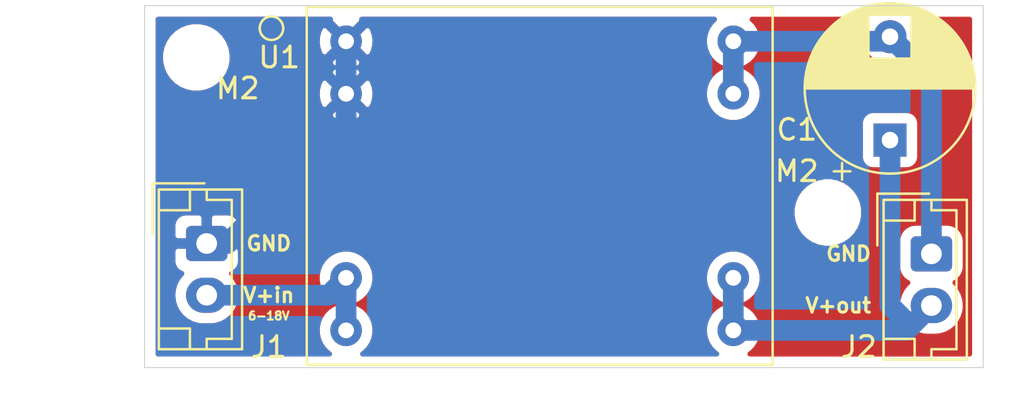
<source format=kicad_pcb>
(kicad_pcb (version 20171130) (host pcbnew 5.1.5-52549c5~84~ubuntu18.04.1)

  (general
    (thickness 1.6)
    (drawings 9)
    (tracks 20)
    (zones 0)
    (modules 6)
    (nets 5)
  )

  (page A4)
  (layers
    (0 F.Cu signal)
    (31 B.Cu signal)
    (32 B.Adhes user)
    (33 F.Adhes user)
    (34 B.Paste user)
    (35 F.Paste user)
    (36 B.SilkS user)
    (37 F.SilkS user)
    (38 B.Mask user)
    (39 F.Mask user)
    (40 Dwgs.User user)
    (41 Cmts.User user)
    (42 Eco1.User user)
    (43 Eco2.User user)
    (44 Edge.Cuts user)
    (45 Margin user)
    (46 B.CrtYd user)
    (47 F.CrtYd user)
    (48 B.Fab user)
    (49 F.Fab user)
  )

  (setup
    (last_trace_width 0.25)
    (user_trace_width 0.5)
    (user_trace_width 1)
    (trace_clearance 0.2)
    (zone_clearance 0.508)
    (zone_45_only no)
    (trace_min 0.2)
    (via_size 0.8)
    (via_drill 0.4)
    (via_min_size 0.4)
    (via_min_drill 0.3)
    (uvia_size 0.3)
    (uvia_drill 0.1)
    (uvias_allowed no)
    (uvia_min_size 0.2)
    (uvia_min_drill 0.1)
    (edge_width 0.05)
    (segment_width 0.2)
    (pcb_text_width 0.3)
    (pcb_text_size 1.5 1.5)
    (mod_edge_width 0.12)
    (mod_text_size 1 1)
    (mod_text_width 0.15)
    (pad_size 1.524 1.524)
    (pad_drill 0.762)
    (pad_to_mask_clearance 0.051)
    (solder_mask_min_width 0.25)
    (aux_axis_origin 0 0)
    (visible_elements FFFFFF7F)
    (pcbplotparams
      (layerselection 0x010f0_ffffffff)
      (usegerberextensions false)
      (usegerberattributes false)
      (usegerberadvancedattributes false)
      (creategerberjobfile false)
      (excludeedgelayer true)
      (linewidth 0.100000)
      (plotframeref false)
      (viasonmask false)
      (mode 1)
      (useauxorigin false)
      (hpglpennumber 1)
      (hpglpenspeed 20)
      (hpglpendiameter 15.000000)
      (psnegative false)
      (psa4output false)
      (plotreference true)
      (plotvalue true)
      (plotinvisibletext false)
      (padsonsilk false)
      (subtractmaskfromsilk false)
      (outputformat 1)
      (mirror false)
      (drillshape 0)
      (scaleselection 1)
      (outputdirectory "gerber/"))
  )

  (net 0 "")
  (net 1 "Net-(J1-Pad1)")
  (net 2 "Net-(J1-Pad2)")
  (net 3 "Net-(C1-Pad1)")
  (net 4 "Net-(C1-Pad2)")

  (net_class Default "This is the default net class."
    (clearance 0.2)
    (trace_width 0.25)
    (via_dia 0.8)
    (via_drill 0.4)
    (uvia_dia 0.3)
    (uvia_drill 0.1)
    (add_net "Net-(C1-Pad1)")
    (add_net "Net-(C1-Pad2)")
    (add_net "Net-(J1-Pad1)")
    (add_net "Net-(J1-Pad2)")
  )

  (module MountingHole:MountingHole_2.2mm_M2 (layer F.Cu) (tedit 56D1B4CB) (tstamp 5E53E702)
    (at 155 108.5)
    (descr "Mounting Hole 2.2mm, no annular, M2")
    (tags "mounting hole 2.2mm no annular m2")
    (attr virtual)
    (fp_text reference M2 (at -1.5 -2) (layer F.SilkS)
      (effects (font (size 1 1) (thickness 0.15)))
    )
    (fp_text value MountingHole_2.2mm_M2 (at 0 3.2) (layer F.Fab)
      (effects (font (size 1 1) (thickness 0.15)))
    )
    (fp_circle (center 0 0) (end 2.45 0) (layer F.CrtYd) (width 0.05))
    (fp_circle (center 0 0) (end 2.2 0) (layer Cmts.User) (width 0.15))
    (fp_text user %R (at 0.3 0) (layer F.Fab)
      (effects (font (size 1 1) (thickness 0.15)))
    )
    (pad 1 np_thru_hole circle (at 0 0) (size 2.2 2.2) (drill 2.2) (layers *.Cu *.Mask))
  )

  (module MountingHole:MountingHole_2.2mm_M2 (layer F.Cu) (tedit 56D1B4CB) (tstamp 5E53E6B4)
    (at 124.5 101)
    (descr "Mounting Hole 2.2mm, no annular, M2")
    (tags "mounting hole 2.2mm no annular m2")
    (attr virtual)
    (fp_text reference M2 (at 2 1.5) (layer F.SilkS)
      (effects (font (size 1 1) (thickness 0.15)))
    )
    (fp_text value MountingHole_2.2mm_M2 (at 0 3.2) (layer F.Fab)
      (effects (font (size 1 1) (thickness 0.15)))
    )
    (fp_circle (center 0 0) (end 2.45 0) (layer F.CrtYd) (width 0.05))
    (fp_circle (center 0 0) (end 2.2 0) (layer Cmts.User) (width 0.15))
    (fp_text user %R (at 0.3 0) (layer F.Fab)
      (effects (font (size 1 1) (thickness 0.15)))
    )
    (pad 1 np_thru_hole circle (at 0 0) (size 2.2 2.2) (drill 2.2) (layers *.Cu *.Mask))
  )

  (module Connector_JST:JST_EH_B2B-EH-A_1x02_P2.50mm_Vertical (layer F.Cu) (tedit 5C28142C) (tstamp 5E53C5D0)
    (at 125 110 270)
    (descr "JST EH series connector, B2B-EH-A (http://www.jst-mfg.com/product/pdf/eng/eEH.pdf), generated with kicad-footprint-generator")
    (tags "connector JST EH vertical")
    (path /5E53C649)
    (fp_text reference J1 (at 5 -3 180) (layer F.SilkS)
      (effects (font (size 1 1) (thickness 0.15)))
    )
    (fp_text value Conn_01x02 (at 1.25 3.4 90) (layer F.Fab)
      (effects (font (size 1 1) (thickness 0.15)))
    )
    (fp_line (start -2.5 -1.6) (end -2.5 2.2) (layer F.Fab) (width 0.1))
    (fp_line (start -2.5 2.2) (end 5 2.2) (layer F.Fab) (width 0.1))
    (fp_line (start 5 2.2) (end 5 -1.6) (layer F.Fab) (width 0.1))
    (fp_line (start 5 -1.6) (end -2.5 -1.6) (layer F.Fab) (width 0.1))
    (fp_line (start -3 -2.1) (end -3 2.7) (layer F.CrtYd) (width 0.05))
    (fp_line (start -3 2.7) (end 5.5 2.7) (layer F.CrtYd) (width 0.05))
    (fp_line (start 5.5 2.7) (end 5.5 -2.1) (layer F.CrtYd) (width 0.05))
    (fp_line (start 5.5 -2.1) (end -3 -2.1) (layer F.CrtYd) (width 0.05))
    (fp_line (start -2.61 -1.71) (end -2.61 2.31) (layer F.SilkS) (width 0.12))
    (fp_line (start -2.61 2.31) (end 5.11 2.31) (layer F.SilkS) (width 0.12))
    (fp_line (start 5.11 2.31) (end 5.11 -1.71) (layer F.SilkS) (width 0.12))
    (fp_line (start 5.11 -1.71) (end -2.61 -1.71) (layer F.SilkS) (width 0.12))
    (fp_line (start -2.61 0) (end -2.11 0) (layer F.SilkS) (width 0.12))
    (fp_line (start -2.11 0) (end -2.11 -1.21) (layer F.SilkS) (width 0.12))
    (fp_line (start -2.11 -1.21) (end 4.61 -1.21) (layer F.SilkS) (width 0.12))
    (fp_line (start 4.61 -1.21) (end 4.61 0) (layer F.SilkS) (width 0.12))
    (fp_line (start 4.61 0) (end 5.11 0) (layer F.SilkS) (width 0.12))
    (fp_line (start -2.61 0.81) (end -1.61 0.81) (layer F.SilkS) (width 0.12))
    (fp_line (start -1.61 0.81) (end -1.61 2.31) (layer F.SilkS) (width 0.12))
    (fp_line (start 5.11 0.81) (end 4.11 0.81) (layer F.SilkS) (width 0.12))
    (fp_line (start 4.11 0.81) (end 4.11 2.31) (layer F.SilkS) (width 0.12))
    (fp_line (start -2.91 0.11) (end -2.91 2.61) (layer F.SilkS) (width 0.12))
    (fp_line (start -2.91 2.61) (end -0.41 2.61) (layer F.SilkS) (width 0.12))
    (fp_line (start -2.91 0.11) (end -2.91 2.61) (layer F.Fab) (width 0.1))
    (fp_line (start -2.91 2.61) (end -0.41 2.61) (layer F.Fab) (width 0.1))
    (fp_text user %R (at 1.25 1.5 90) (layer F.Fab)
      (effects (font (size 1 1) (thickness 0.15)))
    )
    (pad 1 thru_hole roundrect (at 0 0 270) (size 1.7 2) (drill 1) (layers *.Cu *.Mask) (roundrect_rratio 0.147059)
      (net 1 "Net-(J1-Pad1)"))
    (pad 2 thru_hole oval (at 2.5 0 270) (size 1.7 2) (drill 1) (layers *.Cu *.Mask)
      (net 2 "Net-(J1-Pad2)"))
    (model ${KISYS3DMOD}/Connector_JST.3dshapes/JST_EH_B2B-EH-A_1x02_P2.50mm_Vertical.wrl
      (at (xyz 0 0 0))
      (scale (xyz 1 1 1))
      (rotate (xyz 0 0 0))
    )
  )

  (module Connector_JST:JST_EH_B2B-EH-A_1x02_P2.50mm_Vertical (layer F.Cu) (tedit 5C28142C) (tstamp 5E53C5F0)
    (at 160 110.5 270)
    (descr "JST EH series connector, B2B-EH-A (http://www.jst-mfg.com/product/pdf/eng/eEH.pdf), generated with kicad-footprint-generator")
    (tags "connector JST EH vertical")
    (path /5E53C7E5)
    (fp_text reference J2 (at 4.5 3.5 180) (layer F.SilkS)
      (effects (font (size 1 1) (thickness 0.15)))
    )
    (fp_text value Conn_01x02 (at 1.25 3.4 90) (layer F.Fab)
      (effects (font (size 1 1) (thickness 0.15)))
    )
    (fp_text user %R (at 1.25 1.5 90) (layer F.Fab)
      (effects (font (size 1 1) (thickness 0.15)))
    )
    (fp_line (start -2.91 2.61) (end -0.41 2.61) (layer F.Fab) (width 0.1))
    (fp_line (start -2.91 0.11) (end -2.91 2.61) (layer F.Fab) (width 0.1))
    (fp_line (start -2.91 2.61) (end -0.41 2.61) (layer F.SilkS) (width 0.12))
    (fp_line (start -2.91 0.11) (end -2.91 2.61) (layer F.SilkS) (width 0.12))
    (fp_line (start 4.11 0.81) (end 4.11 2.31) (layer F.SilkS) (width 0.12))
    (fp_line (start 5.11 0.81) (end 4.11 0.81) (layer F.SilkS) (width 0.12))
    (fp_line (start -1.61 0.81) (end -1.61 2.31) (layer F.SilkS) (width 0.12))
    (fp_line (start -2.61 0.81) (end -1.61 0.81) (layer F.SilkS) (width 0.12))
    (fp_line (start 4.61 0) (end 5.11 0) (layer F.SilkS) (width 0.12))
    (fp_line (start 4.61 -1.21) (end 4.61 0) (layer F.SilkS) (width 0.12))
    (fp_line (start -2.11 -1.21) (end 4.61 -1.21) (layer F.SilkS) (width 0.12))
    (fp_line (start -2.11 0) (end -2.11 -1.21) (layer F.SilkS) (width 0.12))
    (fp_line (start -2.61 0) (end -2.11 0) (layer F.SilkS) (width 0.12))
    (fp_line (start 5.11 -1.71) (end -2.61 -1.71) (layer F.SilkS) (width 0.12))
    (fp_line (start 5.11 2.31) (end 5.11 -1.71) (layer F.SilkS) (width 0.12))
    (fp_line (start -2.61 2.31) (end 5.11 2.31) (layer F.SilkS) (width 0.12))
    (fp_line (start -2.61 -1.71) (end -2.61 2.31) (layer F.SilkS) (width 0.12))
    (fp_line (start 5.5 -2.1) (end -3 -2.1) (layer F.CrtYd) (width 0.05))
    (fp_line (start 5.5 2.7) (end 5.5 -2.1) (layer F.CrtYd) (width 0.05))
    (fp_line (start -3 2.7) (end 5.5 2.7) (layer F.CrtYd) (width 0.05))
    (fp_line (start -3 -2.1) (end -3 2.7) (layer F.CrtYd) (width 0.05))
    (fp_line (start 5 -1.6) (end -2.5 -1.6) (layer F.Fab) (width 0.1))
    (fp_line (start 5 2.2) (end 5 -1.6) (layer F.Fab) (width 0.1))
    (fp_line (start -2.5 2.2) (end 5 2.2) (layer F.Fab) (width 0.1))
    (fp_line (start -2.5 -1.6) (end -2.5 2.2) (layer F.Fab) (width 0.1))
    (pad 2 thru_hole oval (at 2.5 0 270) (size 1.7 2) (drill 1) (layers *.Cu *.Mask)
      (net 3 "Net-(C1-Pad1)"))
    (pad 1 thru_hole roundrect (at 0 0 270) (size 1.7 2) (drill 1) (layers *.Cu *.Mask) (roundrect_rratio 0.147059)
      (net 4 "Net-(C1-Pad2)"))
    (model ${KISYS3DMOD}/Connector_JST.3dshapes/JST_EH_B2B-EH-A_1x02_P2.50mm_Vertical.wrl
      (at (xyz 0 0 0))
      (scale (xyz 1 1 1))
      (rotate (xyz 0 0 0))
    )
  )

  (module 00_dcdc_MP1584:MP1584EN_dcdc (layer F.Cu) (tedit 5E52FCEA) (tstamp 5E53C601)
    (at 141.081962 107.210001)
    (path /5E53C1E6)
    (fp_text reference U1 (at -12.581962 -6.210001) (layer F.SilkS)
      (effects (font (size 1 1) (thickness 0.15)))
    )
    (fp_text value dcdc_MP1584 (at 0 9.906) (layer F.Fab)
      (effects (font (size 1 1) (thickness 0.15)))
    )
    (fp_line (start -11.25 -8.65) (end 11.25 -8.65) (layer F.SilkS) (width 0.12))
    (fp_line (start 11.25 -8.65) (end 11.25 8.65) (layer F.SilkS) (width 0.12))
    (fp_line (start -11.25 8.65) (end 11.25 8.65) (layer F.SilkS) (width 0.12))
    (fp_line (start -11.25 8.65) (end -11.25 -8.65) (layer F.SilkS) (width 0.12))
    (fp_circle (center -12.954 -7.62) (end -12.446 -7.366) (layer F.SilkS) (width 0.12))
    (pad 1 thru_hole circle (at -9.35 -6.99) (size 1.524 1.524) (drill 0.762) (layers *.Cu *.Mask)
      (net 1 "Net-(J1-Pad1)"))
    (pad 2 thru_hole circle (at -9.35 -4.45) (size 1.524 1.524) (drill 0.762) (layers *.Cu *.Mask)
      (net 1 "Net-(J1-Pad1)"))
    (pad 3 thru_hole circle (at -9.35 4.45) (size 1.524 1.524) (drill 0.762) (layers *.Cu *.Mask)
      (net 2 "Net-(J1-Pad2)"))
    (pad 4 thru_hole circle (at -9.35 6.99) (size 1.524 1.524) (drill 0.762) (layers *.Cu *.Mask)
      (net 2 "Net-(J1-Pad2)"))
    (pad 5 thru_hole circle (at 9.35 -6.99) (size 1.524 1.524) (drill 0.762) (layers *.Cu *.Mask)
      (net 4 "Net-(C1-Pad2)"))
    (pad 6 thru_hole circle (at 9.35 -4.45) (size 1.524 1.524) (drill 0.762) (layers *.Cu *.Mask)
      (net 4 "Net-(C1-Pad2)"))
    (pad 7 thru_hole circle (at 9.35 4.45) (size 1.524 1.524) (drill 0.762) (layers *.Cu *.Mask)
      (net 3 "Net-(C1-Pad1)"))
    (pad 8 thru_hole circle (at 9.35 6.99) (size 1.524 1.524) (drill 0.762) (layers *.Cu *.Mask)
      (net 3 "Net-(C1-Pad1)"))
  )

  (module Capacitor_THT:CP_Radial_D8.0mm_P5.00mm (layer F.Cu) (tedit 5AE50EF0) (tstamp 5E53CF2E)
    (at 158 105 90)
    (descr "CP, Radial series, Radial, pin pitch=5.00mm, , diameter=8mm, Electrolytic Capacitor")
    (tags "CP Radial series Radial pin pitch 5.00mm  diameter 8mm Electrolytic Capacitor")
    (path /5E53FB9E)
    (fp_text reference C1 (at 0.5 -4.5 180) (layer F.SilkS)
      (effects (font (size 1 1) (thickness 0.15)))
    )
    (fp_text value CP (at 2.5 5.25 90) (layer F.Fab)
      (effects (font (size 1 1) (thickness 0.15)))
    )
    (fp_circle (center 2.5 0) (end 6.5 0) (layer F.Fab) (width 0.1))
    (fp_circle (center 2.5 0) (end 6.62 0) (layer F.SilkS) (width 0.12))
    (fp_circle (center 2.5 0) (end 6.75 0) (layer F.CrtYd) (width 0.05))
    (fp_line (start -0.926759 -1.7475) (end -0.126759 -1.7475) (layer F.Fab) (width 0.1))
    (fp_line (start -0.526759 -2.1475) (end -0.526759 -1.3475) (layer F.Fab) (width 0.1))
    (fp_line (start 2.5 -4.08) (end 2.5 4.08) (layer F.SilkS) (width 0.12))
    (fp_line (start 2.54 -4.08) (end 2.54 4.08) (layer F.SilkS) (width 0.12))
    (fp_line (start 2.58 -4.08) (end 2.58 4.08) (layer F.SilkS) (width 0.12))
    (fp_line (start 2.62 -4.079) (end 2.62 4.079) (layer F.SilkS) (width 0.12))
    (fp_line (start 2.66 -4.077) (end 2.66 4.077) (layer F.SilkS) (width 0.12))
    (fp_line (start 2.7 -4.076) (end 2.7 4.076) (layer F.SilkS) (width 0.12))
    (fp_line (start 2.74 -4.074) (end 2.74 4.074) (layer F.SilkS) (width 0.12))
    (fp_line (start 2.78 -4.071) (end 2.78 4.071) (layer F.SilkS) (width 0.12))
    (fp_line (start 2.82 -4.068) (end 2.82 4.068) (layer F.SilkS) (width 0.12))
    (fp_line (start 2.86 -4.065) (end 2.86 4.065) (layer F.SilkS) (width 0.12))
    (fp_line (start 2.9 -4.061) (end 2.9 4.061) (layer F.SilkS) (width 0.12))
    (fp_line (start 2.94 -4.057) (end 2.94 4.057) (layer F.SilkS) (width 0.12))
    (fp_line (start 2.98 -4.052) (end 2.98 4.052) (layer F.SilkS) (width 0.12))
    (fp_line (start 3.02 -4.048) (end 3.02 4.048) (layer F.SilkS) (width 0.12))
    (fp_line (start 3.06 -4.042) (end 3.06 4.042) (layer F.SilkS) (width 0.12))
    (fp_line (start 3.1 -4.037) (end 3.1 4.037) (layer F.SilkS) (width 0.12))
    (fp_line (start 3.14 -4.03) (end 3.14 4.03) (layer F.SilkS) (width 0.12))
    (fp_line (start 3.18 -4.024) (end 3.18 4.024) (layer F.SilkS) (width 0.12))
    (fp_line (start 3.221 -4.017) (end 3.221 4.017) (layer F.SilkS) (width 0.12))
    (fp_line (start 3.261 -4.01) (end 3.261 4.01) (layer F.SilkS) (width 0.12))
    (fp_line (start 3.301 -4.002) (end 3.301 4.002) (layer F.SilkS) (width 0.12))
    (fp_line (start 3.341 -3.994) (end 3.341 3.994) (layer F.SilkS) (width 0.12))
    (fp_line (start 3.381 -3.985) (end 3.381 3.985) (layer F.SilkS) (width 0.12))
    (fp_line (start 3.421 -3.976) (end 3.421 3.976) (layer F.SilkS) (width 0.12))
    (fp_line (start 3.461 -3.967) (end 3.461 3.967) (layer F.SilkS) (width 0.12))
    (fp_line (start 3.501 -3.957) (end 3.501 3.957) (layer F.SilkS) (width 0.12))
    (fp_line (start 3.541 -3.947) (end 3.541 3.947) (layer F.SilkS) (width 0.12))
    (fp_line (start 3.581 -3.936) (end 3.581 3.936) (layer F.SilkS) (width 0.12))
    (fp_line (start 3.621 -3.925) (end 3.621 3.925) (layer F.SilkS) (width 0.12))
    (fp_line (start 3.661 -3.914) (end 3.661 3.914) (layer F.SilkS) (width 0.12))
    (fp_line (start 3.701 -3.902) (end 3.701 3.902) (layer F.SilkS) (width 0.12))
    (fp_line (start 3.741 -3.889) (end 3.741 3.889) (layer F.SilkS) (width 0.12))
    (fp_line (start 3.781 -3.877) (end 3.781 3.877) (layer F.SilkS) (width 0.12))
    (fp_line (start 3.821 -3.863) (end 3.821 3.863) (layer F.SilkS) (width 0.12))
    (fp_line (start 3.861 -3.85) (end 3.861 3.85) (layer F.SilkS) (width 0.12))
    (fp_line (start 3.901 -3.835) (end 3.901 3.835) (layer F.SilkS) (width 0.12))
    (fp_line (start 3.941 -3.821) (end 3.941 3.821) (layer F.SilkS) (width 0.12))
    (fp_line (start 3.981 -3.805) (end 3.981 -1.04) (layer F.SilkS) (width 0.12))
    (fp_line (start 3.981 1.04) (end 3.981 3.805) (layer F.SilkS) (width 0.12))
    (fp_line (start 4.021 -3.79) (end 4.021 -1.04) (layer F.SilkS) (width 0.12))
    (fp_line (start 4.021 1.04) (end 4.021 3.79) (layer F.SilkS) (width 0.12))
    (fp_line (start 4.061 -3.774) (end 4.061 -1.04) (layer F.SilkS) (width 0.12))
    (fp_line (start 4.061 1.04) (end 4.061 3.774) (layer F.SilkS) (width 0.12))
    (fp_line (start 4.101 -3.757) (end 4.101 -1.04) (layer F.SilkS) (width 0.12))
    (fp_line (start 4.101 1.04) (end 4.101 3.757) (layer F.SilkS) (width 0.12))
    (fp_line (start 4.141 -3.74) (end 4.141 -1.04) (layer F.SilkS) (width 0.12))
    (fp_line (start 4.141 1.04) (end 4.141 3.74) (layer F.SilkS) (width 0.12))
    (fp_line (start 4.181 -3.722) (end 4.181 -1.04) (layer F.SilkS) (width 0.12))
    (fp_line (start 4.181 1.04) (end 4.181 3.722) (layer F.SilkS) (width 0.12))
    (fp_line (start 4.221 -3.704) (end 4.221 -1.04) (layer F.SilkS) (width 0.12))
    (fp_line (start 4.221 1.04) (end 4.221 3.704) (layer F.SilkS) (width 0.12))
    (fp_line (start 4.261 -3.686) (end 4.261 -1.04) (layer F.SilkS) (width 0.12))
    (fp_line (start 4.261 1.04) (end 4.261 3.686) (layer F.SilkS) (width 0.12))
    (fp_line (start 4.301 -3.666) (end 4.301 -1.04) (layer F.SilkS) (width 0.12))
    (fp_line (start 4.301 1.04) (end 4.301 3.666) (layer F.SilkS) (width 0.12))
    (fp_line (start 4.341 -3.647) (end 4.341 -1.04) (layer F.SilkS) (width 0.12))
    (fp_line (start 4.341 1.04) (end 4.341 3.647) (layer F.SilkS) (width 0.12))
    (fp_line (start 4.381 -3.627) (end 4.381 -1.04) (layer F.SilkS) (width 0.12))
    (fp_line (start 4.381 1.04) (end 4.381 3.627) (layer F.SilkS) (width 0.12))
    (fp_line (start 4.421 -3.606) (end 4.421 -1.04) (layer F.SilkS) (width 0.12))
    (fp_line (start 4.421 1.04) (end 4.421 3.606) (layer F.SilkS) (width 0.12))
    (fp_line (start 4.461 -3.584) (end 4.461 -1.04) (layer F.SilkS) (width 0.12))
    (fp_line (start 4.461 1.04) (end 4.461 3.584) (layer F.SilkS) (width 0.12))
    (fp_line (start 4.501 -3.562) (end 4.501 -1.04) (layer F.SilkS) (width 0.12))
    (fp_line (start 4.501 1.04) (end 4.501 3.562) (layer F.SilkS) (width 0.12))
    (fp_line (start 4.541 -3.54) (end 4.541 -1.04) (layer F.SilkS) (width 0.12))
    (fp_line (start 4.541 1.04) (end 4.541 3.54) (layer F.SilkS) (width 0.12))
    (fp_line (start 4.581 -3.517) (end 4.581 -1.04) (layer F.SilkS) (width 0.12))
    (fp_line (start 4.581 1.04) (end 4.581 3.517) (layer F.SilkS) (width 0.12))
    (fp_line (start 4.621 -3.493) (end 4.621 -1.04) (layer F.SilkS) (width 0.12))
    (fp_line (start 4.621 1.04) (end 4.621 3.493) (layer F.SilkS) (width 0.12))
    (fp_line (start 4.661 -3.469) (end 4.661 -1.04) (layer F.SilkS) (width 0.12))
    (fp_line (start 4.661 1.04) (end 4.661 3.469) (layer F.SilkS) (width 0.12))
    (fp_line (start 4.701 -3.444) (end 4.701 -1.04) (layer F.SilkS) (width 0.12))
    (fp_line (start 4.701 1.04) (end 4.701 3.444) (layer F.SilkS) (width 0.12))
    (fp_line (start 4.741 -3.418) (end 4.741 -1.04) (layer F.SilkS) (width 0.12))
    (fp_line (start 4.741 1.04) (end 4.741 3.418) (layer F.SilkS) (width 0.12))
    (fp_line (start 4.781 -3.392) (end 4.781 -1.04) (layer F.SilkS) (width 0.12))
    (fp_line (start 4.781 1.04) (end 4.781 3.392) (layer F.SilkS) (width 0.12))
    (fp_line (start 4.821 -3.365) (end 4.821 -1.04) (layer F.SilkS) (width 0.12))
    (fp_line (start 4.821 1.04) (end 4.821 3.365) (layer F.SilkS) (width 0.12))
    (fp_line (start 4.861 -3.338) (end 4.861 -1.04) (layer F.SilkS) (width 0.12))
    (fp_line (start 4.861 1.04) (end 4.861 3.338) (layer F.SilkS) (width 0.12))
    (fp_line (start 4.901 -3.309) (end 4.901 -1.04) (layer F.SilkS) (width 0.12))
    (fp_line (start 4.901 1.04) (end 4.901 3.309) (layer F.SilkS) (width 0.12))
    (fp_line (start 4.941 -3.28) (end 4.941 -1.04) (layer F.SilkS) (width 0.12))
    (fp_line (start 4.941 1.04) (end 4.941 3.28) (layer F.SilkS) (width 0.12))
    (fp_line (start 4.981 -3.25) (end 4.981 -1.04) (layer F.SilkS) (width 0.12))
    (fp_line (start 4.981 1.04) (end 4.981 3.25) (layer F.SilkS) (width 0.12))
    (fp_line (start 5.021 -3.22) (end 5.021 -1.04) (layer F.SilkS) (width 0.12))
    (fp_line (start 5.021 1.04) (end 5.021 3.22) (layer F.SilkS) (width 0.12))
    (fp_line (start 5.061 -3.189) (end 5.061 -1.04) (layer F.SilkS) (width 0.12))
    (fp_line (start 5.061 1.04) (end 5.061 3.189) (layer F.SilkS) (width 0.12))
    (fp_line (start 5.101 -3.156) (end 5.101 -1.04) (layer F.SilkS) (width 0.12))
    (fp_line (start 5.101 1.04) (end 5.101 3.156) (layer F.SilkS) (width 0.12))
    (fp_line (start 5.141 -3.124) (end 5.141 -1.04) (layer F.SilkS) (width 0.12))
    (fp_line (start 5.141 1.04) (end 5.141 3.124) (layer F.SilkS) (width 0.12))
    (fp_line (start 5.181 -3.09) (end 5.181 -1.04) (layer F.SilkS) (width 0.12))
    (fp_line (start 5.181 1.04) (end 5.181 3.09) (layer F.SilkS) (width 0.12))
    (fp_line (start 5.221 -3.055) (end 5.221 -1.04) (layer F.SilkS) (width 0.12))
    (fp_line (start 5.221 1.04) (end 5.221 3.055) (layer F.SilkS) (width 0.12))
    (fp_line (start 5.261 -3.019) (end 5.261 -1.04) (layer F.SilkS) (width 0.12))
    (fp_line (start 5.261 1.04) (end 5.261 3.019) (layer F.SilkS) (width 0.12))
    (fp_line (start 5.301 -2.983) (end 5.301 -1.04) (layer F.SilkS) (width 0.12))
    (fp_line (start 5.301 1.04) (end 5.301 2.983) (layer F.SilkS) (width 0.12))
    (fp_line (start 5.341 -2.945) (end 5.341 -1.04) (layer F.SilkS) (width 0.12))
    (fp_line (start 5.341 1.04) (end 5.341 2.945) (layer F.SilkS) (width 0.12))
    (fp_line (start 5.381 -2.907) (end 5.381 -1.04) (layer F.SilkS) (width 0.12))
    (fp_line (start 5.381 1.04) (end 5.381 2.907) (layer F.SilkS) (width 0.12))
    (fp_line (start 5.421 -2.867) (end 5.421 -1.04) (layer F.SilkS) (width 0.12))
    (fp_line (start 5.421 1.04) (end 5.421 2.867) (layer F.SilkS) (width 0.12))
    (fp_line (start 5.461 -2.826) (end 5.461 -1.04) (layer F.SilkS) (width 0.12))
    (fp_line (start 5.461 1.04) (end 5.461 2.826) (layer F.SilkS) (width 0.12))
    (fp_line (start 5.501 -2.784) (end 5.501 -1.04) (layer F.SilkS) (width 0.12))
    (fp_line (start 5.501 1.04) (end 5.501 2.784) (layer F.SilkS) (width 0.12))
    (fp_line (start 5.541 -2.741) (end 5.541 -1.04) (layer F.SilkS) (width 0.12))
    (fp_line (start 5.541 1.04) (end 5.541 2.741) (layer F.SilkS) (width 0.12))
    (fp_line (start 5.581 -2.697) (end 5.581 -1.04) (layer F.SilkS) (width 0.12))
    (fp_line (start 5.581 1.04) (end 5.581 2.697) (layer F.SilkS) (width 0.12))
    (fp_line (start 5.621 -2.651) (end 5.621 -1.04) (layer F.SilkS) (width 0.12))
    (fp_line (start 5.621 1.04) (end 5.621 2.651) (layer F.SilkS) (width 0.12))
    (fp_line (start 5.661 -2.604) (end 5.661 -1.04) (layer F.SilkS) (width 0.12))
    (fp_line (start 5.661 1.04) (end 5.661 2.604) (layer F.SilkS) (width 0.12))
    (fp_line (start 5.701 -2.556) (end 5.701 -1.04) (layer F.SilkS) (width 0.12))
    (fp_line (start 5.701 1.04) (end 5.701 2.556) (layer F.SilkS) (width 0.12))
    (fp_line (start 5.741 -2.505) (end 5.741 -1.04) (layer F.SilkS) (width 0.12))
    (fp_line (start 5.741 1.04) (end 5.741 2.505) (layer F.SilkS) (width 0.12))
    (fp_line (start 5.781 -2.454) (end 5.781 -1.04) (layer F.SilkS) (width 0.12))
    (fp_line (start 5.781 1.04) (end 5.781 2.454) (layer F.SilkS) (width 0.12))
    (fp_line (start 5.821 -2.4) (end 5.821 -1.04) (layer F.SilkS) (width 0.12))
    (fp_line (start 5.821 1.04) (end 5.821 2.4) (layer F.SilkS) (width 0.12))
    (fp_line (start 5.861 -2.345) (end 5.861 -1.04) (layer F.SilkS) (width 0.12))
    (fp_line (start 5.861 1.04) (end 5.861 2.345) (layer F.SilkS) (width 0.12))
    (fp_line (start 5.901 -2.287) (end 5.901 -1.04) (layer F.SilkS) (width 0.12))
    (fp_line (start 5.901 1.04) (end 5.901 2.287) (layer F.SilkS) (width 0.12))
    (fp_line (start 5.941 -2.228) (end 5.941 -1.04) (layer F.SilkS) (width 0.12))
    (fp_line (start 5.941 1.04) (end 5.941 2.228) (layer F.SilkS) (width 0.12))
    (fp_line (start 5.981 -2.166) (end 5.981 -1.04) (layer F.SilkS) (width 0.12))
    (fp_line (start 5.981 1.04) (end 5.981 2.166) (layer F.SilkS) (width 0.12))
    (fp_line (start 6.021 -2.102) (end 6.021 -1.04) (layer F.SilkS) (width 0.12))
    (fp_line (start 6.021 1.04) (end 6.021 2.102) (layer F.SilkS) (width 0.12))
    (fp_line (start 6.061 -2.034) (end 6.061 2.034) (layer F.SilkS) (width 0.12))
    (fp_line (start 6.101 -1.964) (end 6.101 1.964) (layer F.SilkS) (width 0.12))
    (fp_line (start 6.141 -1.89) (end 6.141 1.89) (layer F.SilkS) (width 0.12))
    (fp_line (start 6.181 -1.813) (end 6.181 1.813) (layer F.SilkS) (width 0.12))
    (fp_line (start 6.221 -1.731) (end 6.221 1.731) (layer F.SilkS) (width 0.12))
    (fp_line (start 6.261 -1.645) (end 6.261 1.645) (layer F.SilkS) (width 0.12))
    (fp_line (start 6.301 -1.552) (end 6.301 1.552) (layer F.SilkS) (width 0.12))
    (fp_line (start 6.341 -1.453) (end 6.341 1.453) (layer F.SilkS) (width 0.12))
    (fp_line (start 6.381 -1.346) (end 6.381 1.346) (layer F.SilkS) (width 0.12))
    (fp_line (start 6.421 -1.229) (end 6.421 1.229) (layer F.SilkS) (width 0.12))
    (fp_line (start 6.461 -1.098) (end 6.461 1.098) (layer F.SilkS) (width 0.12))
    (fp_line (start 6.501 -0.948) (end 6.501 0.948) (layer F.SilkS) (width 0.12))
    (fp_line (start 6.541 -0.768) (end 6.541 0.768) (layer F.SilkS) (width 0.12))
    (fp_line (start 6.581 -0.533) (end 6.581 0.533) (layer F.SilkS) (width 0.12))
    (fp_line (start -1.909698 -2.315) (end -1.109698 -2.315) (layer F.SilkS) (width 0.12))
    (fp_line (start -1.509698 -2.715) (end -1.509698 -1.915) (layer F.SilkS) (width 0.12))
    (fp_text user %R (at 2.5 0 90) (layer F.Fab)
      (effects (font (size 1 1) (thickness 0.15)))
    )
    (pad 1 thru_hole rect (at 0 0 90) (size 1.6 1.6) (drill 0.8) (layers *.Cu *.Mask)
      (net 3 "Net-(C1-Pad1)"))
    (pad 2 thru_hole circle (at 5 0 90) (size 1.6 1.6) (drill 0.8) (layers *.Cu *.Mask)
      (net 4 "Net-(C1-Pad2)"))
    (model ${KISYS3DMOD}/Capacitor_THT.3dshapes/CP_Radial_D8.0mm_P5.00mm.wrl
      (at (xyz 0 0 0))
      (scale (xyz 1 1 1))
      (rotate (xyz 0 0 0))
    )
  )

  (gr_text V+out (at 155.5 113) (layer F.SilkS) (tstamp 5E53E450)
    (effects (font (size 0.7 0.7) (thickness 0.15)))
  )
  (gr_text GND (at 156 110.5) (layer F.SilkS) (tstamp 5E53E450)
    (effects (font (size 0.7 0.7) (thickness 0.15)))
  )
  (gr_text 6-18V (at 128 113.5) (layer F.SilkS) (tstamp 5E53E450)
    (effects (font (size 0.4 0.4) (thickness 0.1)))
  )
  (gr_text V+in (at 128 112.5) (layer F.SilkS) (tstamp 5E53E450)
    (effects (font (size 0.7 0.7) (thickness 0.15)))
  )
  (gr_text GND (at 128 110) (layer F.SilkS)
    (effects (font (size 0.7 0.7) (thickness 0.15)))
  )
  (gr_line (start 122 116) (end 122 98.5) (layer Edge.Cuts) (width 0.05) (tstamp 5E53D850))
  (gr_line (start 162.5 116) (end 122 116) (layer Edge.Cuts) (width 0.05))
  (gr_line (start 162.5 98.5) (end 162.5 116) (layer Edge.Cuts) (width 0.05))
  (gr_line (start 122 98.5) (end 162.5 98.5) (layer Edge.Cuts) (width 0.05))

  (segment (start 131.731962 102.760001) (end 131.731962 100.220001) (width 1) (layer B.Cu) (net 1))
  (segment (start 131.731962 104.268038) (end 131.731962 103.837631) (width 1) (layer B.Cu) (net 1))
  (segment (start 131.731962 103.837631) (end 131.731962 102.760001) (width 1) (layer B.Cu) (net 1))
  (segment (start 126 110) (end 131.731962 104.268038) (width 1) (layer B.Cu) (net 1))
  (segment (start 125 110) (end 126 110) (width 1) (layer B.Cu) (net 1))
  (segment (start 131.731962 114.200001) (end 131.731962 111.660001) (width 1) (layer B.Cu) (net 2))
  (segment (start 130.891963 112.5) (end 131.731962 111.660001) (width 1) (layer B.Cu) (net 2))
  (segment (start 125 112.5) (end 130.891963 112.5) (width 1) (layer B.Cu) (net 2))
  (segment (start 150.431962 114.200001) (end 158.799999 114.200001) (width 1) (layer B.Cu) (net 3))
  (segment (start 158 113) (end 159 114) (width 1) (layer B.Cu) (net 3))
  (segment (start 158 105) (end 158 113) (width 1) (layer B.Cu) (net 3))
  (segment (start 158.799999 114.200001) (end 159 114) (width 1) (layer B.Cu) (net 3))
  (segment (start 159 114) (end 160 113) (width 1) (layer B.Cu) (net 3))
  (segment (start 150.431962 114.200001) (end 150.431962 111.660001) (width 1) (layer B.Cu) (net 3))
  (segment (start 150.651963 100) (end 150.431962 100.220001) (width 0.5) (layer F.Cu) (net 4))
  (segment (start 160 102) (end 158 100) (width 1) (layer B.Cu) (net 4))
  (segment (start 160 110.5) (end 160 102) (width 1) (layer B.Cu) (net 4))
  (segment (start 157.779999 100.220001) (end 158 100) (width 1) (layer B.Cu) (net 4))
  (segment (start 150.431962 100.220001) (end 157.779999 100.220001) (width 1) (layer B.Cu) (net 4))
  (segment (start 150.431962 102.760001) (end 150.431962 100.220001) (width 1) (layer B.Cu) (net 4))

  (zone (net 1) (net_name "Net-(J1-Pad1)") (layer B.Cu) (tstamp 5E53F197) (hatch edge 0.508)
    (connect_pads (clearance 0.508))
    (min_thickness 0.254)
    (fill yes (arc_segments 32) (thermal_gap 0.508) (thermal_bridge_width 0.508))
    (polygon
      (pts
        (xy 162.5 116) (xy 122 116) (xy 122 98.5) (xy 162.5 98.5)
      )
    )
    (filled_polygon
      (pts
        (xy 130.946002 99.254436) (xy 131.731962 100.040396) (xy 132.517922 99.254436) (xy 132.491576 99.16) (xy 149.516308 99.16)
        (xy 149.346842 99.329466) (xy 149.193957 99.558274) (xy 149.088648 99.812511) (xy 149.034962 100.082409) (xy 149.034962 100.357593)
        (xy 149.088648 100.627491) (xy 149.193957 100.881728) (xy 149.296963 101.035886) (xy 149.296962 101.944116) (xy 149.193957 102.098274)
        (xy 149.088648 102.352511) (xy 149.034962 102.622409) (xy 149.034962 102.897593) (xy 149.088648 103.167491) (xy 149.193957 103.421728)
        (xy 149.346842 103.650536) (xy 149.541427 103.845121) (xy 149.770235 103.998006) (xy 150.024472 104.103315) (xy 150.29437 104.157001)
        (xy 150.569554 104.157001) (xy 150.839452 104.103315) (xy 151.093689 103.998006) (xy 151.322497 103.845121) (xy 151.517082 103.650536)
        (xy 151.669967 103.421728) (xy 151.775276 103.167491) (xy 151.828962 102.897593) (xy 151.828962 102.622409) (xy 151.775276 102.352511)
        (xy 151.669967 102.098274) (xy 151.566962 101.944117) (xy 151.566962 101.355001) (xy 157.521428 101.355001) (xy 157.581426 101.379853)
        (xy 157.822718 101.42785) (xy 158.865001 102.470133) (xy 158.865001 103.56833) (xy 158.8 103.561928) (xy 157.2 103.561928)
        (xy 157.075518 103.574188) (xy 156.95582 103.610498) (xy 156.845506 103.669463) (xy 156.748815 103.748815) (xy 156.669463 103.845506)
        (xy 156.610498 103.95582) (xy 156.574188 104.075518) (xy 156.561928 104.2) (xy 156.561928 105.8) (xy 156.574188 105.924482)
        (xy 156.610498 106.04418) (xy 156.669463 106.154494) (xy 156.748815 106.251185) (xy 156.845506 106.330537) (xy 156.865 106.340957)
        (xy 156.865001 112.944239) (xy 156.859509 113) (xy 156.865911 113.065001) (xy 151.566962 113.065001) (xy 151.566962 112.475885)
        (xy 151.669967 112.321728) (xy 151.775276 112.067491) (xy 151.828962 111.797593) (xy 151.828962 111.522409) (xy 151.775276 111.252511)
        (xy 151.669967 110.998274) (xy 151.517082 110.769466) (xy 151.322497 110.574881) (xy 151.093689 110.421996) (xy 150.839452 110.316687)
        (xy 150.569554 110.263001) (xy 150.29437 110.263001) (xy 150.024472 110.316687) (xy 149.770235 110.421996) (xy 149.541427 110.574881)
        (xy 149.346842 110.769466) (xy 149.193957 110.998274) (xy 149.088648 111.252511) (xy 149.034962 111.522409) (xy 149.034962 111.797593)
        (xy 149.088648 112.067491) (xy 149.193957 112.321728) (xy 149.296963 112.475886) (xy 149.296962 113.384116) (xy 149.193957 113.538274)
        (xy 149.088648 113.792511) (xy 149.034962 114.062409) (xy 149.034962 114.337593) (xy 149.088648 114.607491) (xy 149.193957 114.861728)
        (xy 149.346842 115.090536) (xy 149.541427 115.285121) (xy 149.623559 115.34) (xy 132.540365 115.34) (xy 132.622497 115.285121)
        (xy 132.817082 115.090536) (xy 132.969967 114.861728) (xy 133.075276 114.607491) (xy 133.128962 114.337593) (xy 133.128962 114.062409)
        (xy 133.075276 113.792511) (xy 132.969967 113.538274) (xy 132.866962 113.384117) (xy 132.866962 112.475885) (xy 132.969967 112.321728)
        (xy 133.075276 112.067491) (xy 133.128962 111.797593) (xy 133.128962 111.522409) (xy 133.075276 111.252511) (xy 132.969967 110.998274)
        (xy 132.817082 110.769466) (xy 132.622497 110.574881) (xy 132.393689 110.421996) (xy 132.139452 110.316687) (xy 131.869554 110.263001)
        (xy 131.59437 110.263001) (xy 131.324472 110.316687) (xy 131.070235 110.421996) (xy 130.841427 110.574881) (xy 130.646842 110.769466)
        (xy 130.493957 110.998274) (xy 130.388648 111.252511) (xy 130.366273 111.365) (xy 126.373426 111.365) (xy 126.451185 111.301185)
        (xy 126.530537 111.204494) (xy 126.589502 111.09418) (xy 126.625812 110.974482) (xy 126.638072 110.85) (xy 126.635 110.28575)
        (xy 126.47625 110.127) (xy 125.127 110.127) (xy 125.127 110.147) (xy 124.873 110.147) (xy 124.873 110.127)
        (xy 123.52375 110.127) (xy 123.365 110.28575) (xy 123.361928 110.85) (xy 123.374188 110.974482) (xy 123.410498 111.09418)
        (xy 123.469463 111.204494) (xy 123.548815 111.301185) (xy 123.645506 111.380537) (xy 123.75582 111.439502) (xy 123.790608 111.450055)
        (xy 123.609294 111.670986) (xy 123.471401 111.928966) (xy 123.386487 112.208889) (xy 123.357815 112.5) (xy 123.386487 112.791111)
        (xy 123.471401 113.071034) (xy 123.609294 113.329014) (xy 123.794866 113.555134) (xy 124.020986 113.740706) (xy 124.278966 113.878599)
        (xy 124.558889 113.963513) (xy 124.77705 113.985) (xy 125.22295 113.985) (xy 125.441111 113.963513) (xy 125.721034 113.878599)
        (xy 125.979014 113.740706) (xy 126.107817 113.635) (xy 130.453892 113.635) (xy 130.388648 113.792511) (xy 130.334962 114.062409)
        (xy 130.334962 114.337593) (xy 130.388648 114.607491) (xy 130.493957 114.861728) (xy 130.646842 115.090536) (xy 130.841427 115.285121)
        (xy 130.923559 115.34) (xy 122.66 115.34) (xy 122.66 109.15) (xy 123.361928 109.15) (xy 123.365 109.71425)
        (xy 123.52375 109.873) (xy 124.873 109.873) (xy 124.873 108.67375) (xy 125.127 108.67375) (xy 125.127 109.873)
        (xy 126.47625 109.873) (xy 126.635 109.71425) (xy 126.638072 109.15) (xy 126.625812 109.025518) (xy 126.589502 108.90582)
        (xy 126.530537 108.795506) (xy 126.451185 108.698815) (xy 126.354494 108.619463) (xy 126.24418 108.560498) (xy 126.124482 108.524188)
        (xy 126 108.511928) (xy 125.28575 108.515) (xy 125.127 108.67375) (xy 124.873 108.67375) (xy 124.71425 108.515)
        (xy 124 108.511928) (xy 123.875518 108.524188) (xy 123.75582 108.560498) (xy 123.645506 108.619463) (xy 123.548815 108.698815)
        (xy 123.469463 108.795506) (xy 123.410498 108.90582) (xy 123.374188 109.025518) (xy 123.361928 109.15) (xy 122.66 109.15)
        (xy 122.66 108.329117) (xy 153.265 108.329117) (xy 153.265 108.670883) (xy 153.331675 109.006081) (xy 153.462463 109.321831)
        (xy 153.652337 109.605998) (xy 153.894002 109.847663) (xy 154.178169 110.037537) (xy 154.493919 110.168325) (xy 154.829117 110.235)
        (xy 155.170883 110.235) (xy 155.506081 110.168325) (xy 155.821831 110.037537) (xy 156.105998 109.847663) (xy 156.347663 109.605998)
        (xy 156.537537 109.321831) (xy 156.668325 109.006081) (xy 156.735 108.670883) (xy 156.735 108.329117) (xy 156.668325 107.993919)
        (xy 156.537537 107.678169) (xy 156.347663 107.394002) (xy 156.105998 107.152337) (xy 155.821831 106.962463) (xy 155.506081 106.831675)
        (xy 155.170883 106.765) (xy 154.829117 106.765) (xy 154.493919 106.831675) (xy 154.178169 106.962463) (xy 153.894002 107.152337)
        (xy 153.652337 107.394002) (xy 153.462463 107.678169) (xy 153.331675 107.993919) (xy 153.265 108.329117) (xy 122.66 108.329117)
        (xy 122.66 103.725566) (xy 130.946002 103.725566) (xy 131.012982 103.965657) (xy 131.26201 104.082757) (xy 131.529097 104.149024)
        (xy 131.803979 104.161911) (xy 132.076095 104.120923) (xy 132.334985 104.027637) (xy 132.450942 103.965657) (xy 132.517922 103.725566)
        (xy 131.731962 102.939606) (xy 130.946002 103.725566) (xy 122.66 103.725566) (xy 122.66 102.832018) (xy 130.330052 102.832018)
        (xy 130.37104 103.104134) (xy 130.464326 103.363024) (xy 130.526306 103.478981) (xy 130.766397 103.545961) (xy 131.552357 102.760001)
        (xy 131.911567 102.760001) (xy 132.697527 103.545961) (xy 132.937618 103.478981) (xy 133.054718 103.229953) (xy 133.120985 102.962866)
        (xy 133.133872 102.687984) (xy 133.092884 102.415868) (xy 132.999598 102.156978) (xy 132.937618 102.041021) (xy 132.697527 101.974041)
        (xy 131.911567 102.760001) (xy 131.552357 102.760001) (xy 130.766397 101.974041) (xy 130.526306 102.041021) (xy 130.409206 102.290049)
        (xy 130.342939 102.557136) (xy 130.330052 102.832018) (xy 122.66 102.832018) (xy 122.66 100.829117) (xy 122.765 100.829117)
        (xy 122.765 101.170883) (xy 122.831675 101.506081) (xy 122.962463 101.821831) (xy 123.152337 102.105998) (xy 123.394002 102.347663)
        (xy 123.678169 102.537537) (xy 123.993919 102.668325) (xy 124.329117 102.735) (xy 124.670883 102.735) (xy 125.006081 102.668325)
        (xy 125.321831 102.537537) (xy 125.605998 102.347663) (xy 125.847663 102.105998) (xy 126.037537 101.821831) (xy 126.168325 101.506081)
        (xy 126.232079 101.185566) (xy 130.946002 101.185566) (xy 131.012982 101.425657) (xy 131.143606 101.48708) (xy 131.128939 101.492365)
        (xy 131.012982 101.554345) (xy 130.946002 101.794436) (xy 131.731962 102.580396) (xy 132.517922 101.794436) (xy 132.450942 101.554345)
        (xy 132.320318 101.492922) (xy 132.334985 101.487637) (xy 132.450942 101.425657) (xy 132.517922 101.185566) (xy 131.731962 100.399606)
        (xy 130.946002 101.185566) (xy 126.232079 101.185566) (xy 126.235 101.170883) (xy 126.235 100.829117) (xy 126.168325 100.493919)
        (xy 126.084695 100.292018) (xy 130.330052 100.292018) (xy 130.37104 100.564134) (xy 130.464326 100.823024) (xy 130.526306 100.938981)
        (xy 130.766397 101.005961) (xy 131.552357 100.220001) (xy 131.911567 100.220001) (xy 132.697527 101.005961) (xy 132.937618 100.938981)
        (xy 133.054718 100.689953) (xy 133.120985 100.422866) (xy 133.133872 100.147984) (xy 133.092884 99.875868) (xy 132.999598 99.616978)
        (xy 132.937618 99.501021) (xy 132.697527 99.434041) (xy 131.911567 100.220001) (xy 131.552357 100.220001) (xy 130.766397 99.434041)
        (xy 130.526306 99.501021) (xy 130.409206 99.750049) (xy 130.342939 100.017136) (xy 130.330052 100.292018) (xy 126.084695 100.292018)
        (xy 126.037537 100.178169) (xy 125.847663 99.894002) (xy 125.605998 99.652337) (xy 125.321831 99.462463) (xy 125.006081 99.331675)
        (xy 124.670883 99.265) (xy 124.329117 99.265) (xy 123.993919 99.331675) (xy 123.678169 99.462463) (xy 123.394002 99.652337)
        (xy 123.152337 99.894002) (xy 122.962463 100.178169) (xy 122.831675 100.493919) (xy 122.765 100.829117) (xy 122.66 100.829117)
        (xy 122.66 99.16) (xy 130.972348 99.16)
      )
    )
  )
  (zone (net 1) (net_name "Net-(J1-Pad1)") (layer F.Cu) (tstamp 5E53F194) (hatch edge 0.508)
    (connect_pads (clearance 0.508))
    (min_thickness 0.254)
    (fill yes (arc_segments 32) (thermal_gap 0.508) (thermal_bridge_width 0.508))
    (polygon
      (pts
        (xy 162.5 116) (xy 122 116) (xy 122 98.5) (xy 162.5 98.5)
      )
    )
    (filled_polygon
      (pts
        (xy 130.946002 99.254436) (xy 131.731962 100.040396) (xy 132.517922 99.254436) (xy 132.491576 99.16) (xy 149.516308 99.16)
        (xy 149.346842 99.329466) (xy 149.193957 99.558274) (xy 149.088648 99.812511) (xy 149.034962 100.082409) (xy 149.034962 100.357593)
        (xy 149.088648 100.627491) (xy 149.193957 100.881728) (xy 149.346842 101.110536) (xy 149.541427 101.305121) (xy 149.770235 101.458006)
        (xy 149.847477 101.490001) (xy 149.770235 101.521996) (xy 149.541427 101.674881) (xy 149.346842 101.869466) (xy 149.193957 102.098274)
        (xy 149.088648 102.352511) (xy 149.034962 102.622409) (xy 149.034962 102.897593) (xy 149.088648 103.167491) (xy 149.193957 103.421728)
        (xy 149.346842 103.650536) (xy 149.541427 103.845121) (xy 149.770235 103.998006) (xy 150.024472 104.103315) (xy 150.29437 104.157001)
        (xy 150.569554 104.157001) (xy 150.839452 104.103315) (xy 151.093689 103.998006) (xy 151.322497 103.845121) (xy 151.517082 103.650536)
        (xy 151.669967 103.421728) (xy 151.775276 103.167491) (xy 151.828962 102.897593) (xy 151.828962 102.622409) (xy 151.775276 102.352511)
        (xy 151.669967 102.098274) (xy 151.517082 101.869466) (xy 151.322497 101.674881) (xy 151.093689 101.521996) (xy 151.016447 101.490001)
        (xy 151.093689 101.458006) (xy 151.322497 101.305121) (xy 151.517082 101.110536) (xy 151.669967 100.881728) (xy 151.775276 100.627491)
        (xy 151.828962 100.357593) (xy 151.828962 100.082409) (xy 151.775276 99.812511) (xy 151.669967 99.558274) (xy 151.517082 99.329466)
        (xy 151.347616 99.16) (xy 156.835411 99.16) (xy 156.72832 99.320273) (xy 156.620147 99.581426) (xy 156.565 99.858665)
        (xy 156.565 100.141335) (xy 156.620147 100.418574) (xy 156.72832 100.679727) (xy 156.885363 100.914759) (xy 157.085241 101.114637)
        (xy 157.320273 101.27168) (xy 157.581426 101.379853) (xy 157.858665 101.435) (xy 158.141335 101.435) (xy 158.418574 101.379853)
        (xy 158.679727 101.27168) (xy 158.914759 101.114637) (xy 159.114637 100.914759) (xy 159.27168 100.679727) (xy 159.379853 100.418574)
        (xy 159.435 100.141335) (xy 159.435 99.858665) (xy 159.379853 99.581426) (xy 159.27168 99.320273) (xy 159.164589 99.16)
        (xy 161.84 99.16) (xy 161.840001 115.34) (xy 151.240365 115.34) (xy 151.322497 115.285121) (xy 151.517082 115.090536)
        (xy 151.669967 114.861728) (xy 151.775276 114.607491) (xy 151.828962 114.337593) (xy 151.828962 114.062409) (xy 151.775276 113.792511)
        (xy 151.669967 113.538274) (xy 151.517082 113.309466) (xy 151.322497 113.114881) (xy 151.150566 113) (xy 158.357815 113)
        (xy 158.386487 113.291111) (xy 158.471401 113.571034) (xy 158.609294 113.829014) (xy 158.794866 114.055134) (xy 159.020986 114.240706)
        (xy 159.278966 114.378599) (xy 159.558889 114.463513) (xy 159.77705 114.485) (xy 160.22295 114.485) (xy 160.441111 114.463513)
        (xy 160.721034 114.378599) (xy 160.979014 114.240706) (xy 161.205134 114.055134) (xy 161.390706 113.829014) (xy 161.528599 113.571034)
        (xy 161.613513 113.291111) (xy 161.642185 113) (xy 161.613513 112.708889) (xy 161.528599 112.428966) (xy 161.390706 112.170986)
        (xy 161.205134 111.944866) (xy 161.141663 111.892777) (xy 161.243386 111.838405) (xy 161.377962 111.727962) (xy 161.488405 111.593386)
        (xy 161.570472 111.43985) (xy 161.621008 111.273254) (xy 161.638072 111.1) (xy 161.638072 109.9) (xy 161.621008 109.726746)
        (xy 161.570472 109.56015) (xy 161.488405 109.406614) (xy 161.377962 109.272038) (xy 161.243386 109.161595) (xy 161.08985 109.079528)
        (xy 160.923254 109.028992) (xy 160.75 109.011928) (xy 159.25 109.011928) (xy 159.076746 109.028992) (xy 158.91015 109.079528)
        (xy 158.756614 109.161595) (xy 158.622038 109.272038) (xy 158.511595 109.406614) (xy 158.429528 109.56015) (xy 158.378992 109.726746)
        (xy 158.361928 109.9) (xy 158.361928 111.1) (xy 158.378992 111.273254) (xy 158.429528 111.43985) (xy 158.511595 111.593386)
        (xy 158.622038 111.727962) (xy 158.756614 111.838405) (xy 158.858337 111.892777) (xy 158.794866 111.944866) (xy 158.609294 112.170986)
        (xy 158.471401 112.428966) (xy 158.386487 112.708889) (xy 158.357815 113) (xy 151.150566 113) (xy 151.093689 112.961996)
        (xy 151.016447 112.930001) (xy 151.093689 112.898006) (xy 151.322497 112.745121) (xy 151.517082 112.550536) (xy 151.669967 112.321728)
        (xy 151.775276 112.067491) (xy 151.828962 111.797593) (xy 151.828962 111.522409) (xy 151.775276 111.252511) (xy 151.669967 110.998274)
        (xy 151.517082 110.769466) (xy 151.322497 110.574881) (xy 151.093689 110.421996) (xy 150.839452 110.316687) (xy 150.569554 110.263001)
        (xy 150.29437 110.263001) (xy 150.024472 110.316687) (xy 149.770235 110.421996) (xy 149.541427 110.574881) (xy 149.346842 110.769466)
        (xy 149.193957 110.998274) (xy 149.088648 111.252511) (xy 149.034962 111.522409) (xy 149.034962 111.797593) (xy 149.088648 112.067491)
        (xy 149.193957 112.321728) (xy 149.346842 112.550536) (xy 149.541427 112.745121) (xy 149.770235 112.898006) (xy 149.847477 112.930001)
        (xy 149.770235 112.961996) (xy 149.541427 113.114881) (xy 149.346842 113.309466) (xy 149.193957 113.538274) (xy 149.088648 113.792511)
        (xy 149.034962 114.062409) (xy 149.034962 114.337593) (xy 149.088648 114.607491) (xy 149.193957 114.861728) (xy 149.346842 115.090536)
        (xy 149.541427 115.285121) (xy 149.623559 115.34) (xy 132.540365 115.34) (xy 132.622497 115.285121) (xy 132.817082 115.090536)
        (xy 132.969967 114.861728) (xy 133.075276 114.607491) (xy 133.128962 114.337593) (xy 133.128962 114.062409) (xy 133.075276 113.792511)
        (xy 132.969967 113.538274) (xy 132.817082 113.309466) (xy 132.622497 113.114881) (xy 132.393689 112.961996) (xy 132.316447 112.930001)
        (xy 132.393689 112.898006) (xy 132.622497 112.745121) (xy 132.817082 112.550536) (xy 132.969967 112.321728) (xy 133.075276 112.067491)
        (xy 133.128962 111.797593) (xy 133.128962 111.522409) (xy 133.075276 111.252511) (xy 132.969967 110.998274) (xy 132.817082 110.769466)
        (xy 132.622497 110.574881) (xy 132.393689 110.421996) (xy 132.139452 110.316687) (xy 131.869554 110.263001) (xy 131.59437 110.263001)
        (xy 131.324472 110.316687) (xy 131.070235 110.421996) (xy 130.841427 110.574881) (xy 130.646842 110.769466) (xy 130.493957 110.998274)
        (xy 130.388648 111.252511) (xy 130.334962 111.522409) (xy 130.334962 111.797593) (xy 130.388648 112.067491) (xy 130.493957 112.321728)
        (xy 130.646842 112.550536) (xy 130.841427 112.745121) (xy 131.070235 112.898006) (xy 131.147477 112.930001) (xy 131.070235 112.961996)
        (xy 130.841427 113.114881) (xy 130.646842 113.309466) (xy 130.493957 113.538274) (xy 130.388648 113.792511) (xy 130.334962 114.062409)
        (xy 130.334962 114.337593) (xy 130.388648 114.607491) (xy 130.493957 114.861728) (xy 130.646842 115.090536) (xy 130.841427 115.285121)
        (xy 130.923559 115.34) (xy 122.66 115.34) (xy 122.66 112.5) (xy 123.357815 112.5) (xy 123.386487 112.791111)
        (xy 123.471401 113.071034) (xy 123.609294 113.329014) (xy 123.794866 113.555134) (xy 124.020986 113.740706) (xy 124.278966 113.878599)
        (xy 124.558889 113.963513) (xy 124.77705 113.985) (xy 125.22295 113.985) (xy 125.441111 113.963513) (xy 125.721034 113.878599)
        (xy 125.979014 113.740706) (xy 126.205134 113.555134) (xy 126.390706 113.329014) (xy 126.528599 113.071034) (xy 126.613513 112.791111)
        (xy 126.642185 112.5) (xy 126.613513 112.208889) (xy 126.528599 111.928966) (xy 126.390706 111.670986) (xy 126.209392 111.450055)
        (xy 126.24418 111.439502) (xy 126.354494 111.380537) (xy 126.451185 111.301185) (xy 126.530537 111.204494) (xy 126.589502 111.09418)
        (xy 126.625812 110.974482) (xy 126.638072 110.85) (xy 126.635 110.28575) (xy 126.47625 110.127) (xy 125.127 110.127)
        (xy 125.127 110.147) (xy 124.873 110.147) (xy 124.873 110.127) (xy 123.52375 110.127) (xy 123.365 110.28575)
        (xy 123.361928 110.85) (xy 123.374188 110.974482) (xy 123.410498 111.09418) (xy 123.469463 111.204494) (xy 123.548815 111.301185)
        (xy 123.645506 111.380537) (xy 123.75582 111.439502) (xy 123.790608 111.450055) (xy 123.609294 111.670986) (xy 123.471401 111.928966)
        (xy 123.386487 112.208889) (xy 123.357815 112.5) (xy 122.66 112.5) (xy 122.66 109.15) (xy 123.361928 109.15)
        (xy 123.365 109.71425) (xy 123.52375 109.873) (xy 124.873 109.873) (xy 124.873 108.67375) (xy 125.127 108.67375)
        (xy 125.127 109.873) (xy 126.47625 109.873) (xy 126.635 109.71425) (xy 126.638072 109.15) (xy 126.625812 109.025518)
        (xy 126.589502 108.90582) (xy 126.530537 108.795506) (xy 126.451185 108.698815) (xy 126.354494 108.619463) (xy 126.24418 108.560498)
        (xy 126.124482 108.524188) (xy 126 108.511928) (xy 125.28575 108.515) (xy 125.127 108.67375) (xy 124.873 108.67375)
        (xy 124.71425 108.515) (xy 124 108.511928) (xy 123.875518 108.524188) (xy 123.75582 108.560498) (xy 123.645506 108.619463)
        (xy 123.548815 108.698815) (xy 123.469463 108.795506) (xy 123.410498 108.90582) (xy 123.374188 109.025518) (xy 123.361928 109.15)
        (xy 122.66 109.15) (xy 122.66 108.329117) (xy 153.265 108.329117) (xy 153.265 108.670883) (xy 153.331675 109.006081)
        (xy 153.462463 109.321831) (xy 153.652337 109.605998) (xy 153.894002 109.847663) (xy 154.178169 110.037537) (xy 154.493919 110.168325)
        (xy 154.829117 110.235) (xy 155.170883 110.235) (xy 155.506081 110.168325) (xy 155.821831 110.037537) (xy 156.105998 109.847663)
        (xy 156.347663 109.605998) (xy 156.537537 109.321831) (xy 156.668325 109.006081) (xy 156.735 108.670883) (xy 156.735 108.329117)
        (xy 156.668325 107.993919) (xy 156.537537 107.678169) (xy 156.347663 107.394002) (xy 156.105998 107.152337) (xy 155.821831 106.962463)
        (xy 155.506081 106.831675) (xy 155.170883 106.765) (xy 154.829117 106.765) (xy 154.493919 106.831675) (xy 154.178169 106.962463)
        (xy 153.894002 107.152337) (xy 153.652337 107.394002) (xy 153.462463 107.678169) (xy 153.331675 107.993919) (xy 153.265 108.329117)
        (xy 122.66 108.329117) (xy 122.66 104.2) (xy 156.561928 104.2) (xy 156.561928 105.8) (xy 156.574188 105.924482)
        (xy 156.610498 106.04418) (xy 156.669463 106.154494) (xy 156.748815 106.251185) (xy 156.845506 106.330537) (xy 156.95582 106.389502)
        (xy 157.075518 106.425812) (xy 157.2 106.438072) (xy 158.8 106.438072) (xy 158.924482 106.425812) (xy 159.04418 106.389502)
        (xy 159.154494 106.330537) (xy 159.251185 106.251185) (xy 159.330537 106.154494) (xy 159.389502 106.04418) (xy 159.425812 105.924482)
        (xy 159.438072 105.8) (xy 159.438072 104.2) (xy 159.425812 104.075518) (xy 159.389502 103.95582) (xy 159.330537 103.845506)
        (xy 159.251185 103.748815) (xy 159.154494 103.669463) (xy 159.04418 103.610498) (xy 158.924482 103.574188) (xy 158.8 103.561928)
        (xy 157.2 103.561928) (xy 157.075518 103.574188) (xy 156.95582 103.610498) (xy 156.845506 103.669463) (xy 156.748815 103.748815)
        (xy 156.669463 103.845506) (xy 156.610498 103.95582) (xy 156.574188 104.075518) (xy 156.561928 104.2) (xy 122.66 104.2)
        (xy 122.66 103.725566) (xy 130.946002 103.725566) (xy 131.012982 103.965657) (xy 131.26201 104.082757) (xy 131.529097 104.149024)
        (xy 131.803979 104.161911) (xy 132.076095 104.120923) (xy 132.334985 104.027637) (xy 132.450942 103.965657) (xy 132.517922 103.725566)
        (xy 131.731962 102.939606) (xy 130.946002 103.725566) (xy 122.66 103.725566) (xy 122.66 102.832018) (xy 130.330052 102.832018)
        (xy 130.37104 103.104134) (xy 130.464326 103.363024) (xy 130.526306 103.478981) (xy 130.766397 103.545961) (xy 131.552357 102.760001)
        (xy 131.911567 102.760001) (xy 132.697527 103.545961) (xy 132.937618 103.478981) (xy 133.054718 103.229953) (xy 133.120985 102.962866)
        (xy 133.133872 102.687984) (xy 133.092884 102.415868) (xy 132.999598 102.156978) (xy 132.937618 102.041021) (xy 132.697527 101.974041)
        (xy 131.911567 102.760001) (xy 131.552357 102.760001) (xy 130.766397 101.974041) (xy 130.526306 102.041021) (xy 130.409206 102.290049)
        (xy 130.342939 102.557136) (xy 130.330052 102.832018) (xy 122.66 102.832018) (xy 122.66 100.829117) (xy 122.765 100.829117)
        (xy 122.765 101.170883) (xy 122.831675 101.506081) (xy 122.962463 101.821831) (xy 123.152337 102.105998) (xy 123.394002 102.347663)
        (xy 123.678169 102.537537) (xy 123.993919 102.668325) (xy 124.329117 102.735) (xy 124.670883 102.735) (xy 125.006081 102.668325)
        (xy 125.321831 102.537537) (xy 125.605998 102.347663) (xy 125.847663 102.105998) (xy 126.037537 101.821831) (xy 126.168325 101.506081)
        (xy 126.232079 101.185566) (xy 130.946002 101.185566) (xy 131.012982 101.425657) (xy 131.143606 101.48708) (xy 131.128939 101.492365)
        (xy 131.012982 101.554345) (xy 130.946002 101.794436) (xy 131.731962 102.580396) (xy 132.517922 101.794436) (xy 132.450942 101.554345)
        (xy 132.320318 101.492922) (xy 132.334985 101.487637) (xy 132.450942 101.425657) (xy 132.517922 101.185566) (xy 131.731962 100.399606)
        (xy 130.946002 101.185566) (xy 126.232079 101.185566) (xy 126.235 101.170883) (xy 126.235 100.829117) (xy 126.168325 100.493919)
        (xy 126.084695 100.292018) (xy 130.330052 100.292018) (xy 130.37104 100.564134) (xy 130.464326 100.823024) (xy 130.526306 100.938981)
        (xy 130.766397 101.005961) (xy 131.552357 100.220001) (xy 131.911567 100.220001) (xy 132.697527 101.005961) (xy 132.937618 100.938981)
        (xy 133.054718 100.689953) (xy 133.120985 100.422866) (xy 133.133872 100.147984) (xy 133.092884 99.875868) (xy 132.999598 99.616978)
        (xy 132.937618 99.501021) (xy 132.697527 99.434041) (xy 131.911567 100.220001) (xy 131.552357 100.220001) (xy 130.766397 99.434041)
        (xy 130.526306 99.501021) (xy 130.409206 99.750049) (xy 130.342939 100.017136) (xy 130.330052 100.292018) (xy 126.084695 100.292018)
        (xy 126.037537 100.178169) (xy 125.847663 99.894002) (xy 125.605998 99.652337) (xy 125.321831 99.462463) (xy 125.006081 99.331675)
        (xy 124.670883 99.265) (xy 124.329117 99.265) (xy 123.993919 99.331675) (xy 123.678169 99.462463) (xy 123.394002 99.652337)
        (xy 123.152337 99.894002) (xy 122.962463 100.178169) (xy 122.831675 100.493919) (xy 122.765 100.829117) (xy 122.66 100.829117)
        (xy 122.66 99.16) (xy 130.972348 99.16)
      )
    )
  )
)

</source>
